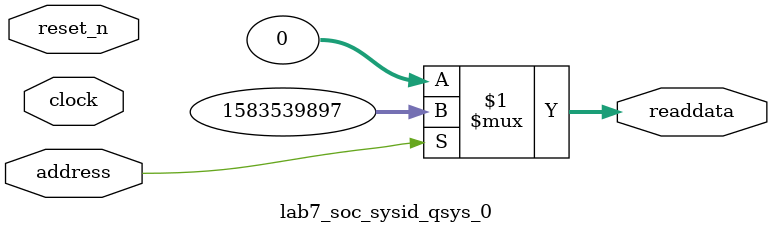
<source format=v>



// synthesis translate_off
`timescale 1ns / 1ps
// synthesis translate_on

// turn off superfluous verilog processor warnings 
// altera message_level Level1 
// altera message_off 10034 10035 10036 10037 10230 10240 10030 

module lab7_soc_sysid_qsys_0 (
               // inputs:
                address,
                clock,
                reset_n,

               // outputs:
                readdata
             )
;

  output  [ 31: 0] readdata;
  input            address;
  input            clock;
  input            reset_n;

  wire    [ 31: 0] readdata;
  //control_slave, which is an e_avalon_slave
  assign readdata = address ? 1583539897 : 0;

endmodule



</source>
